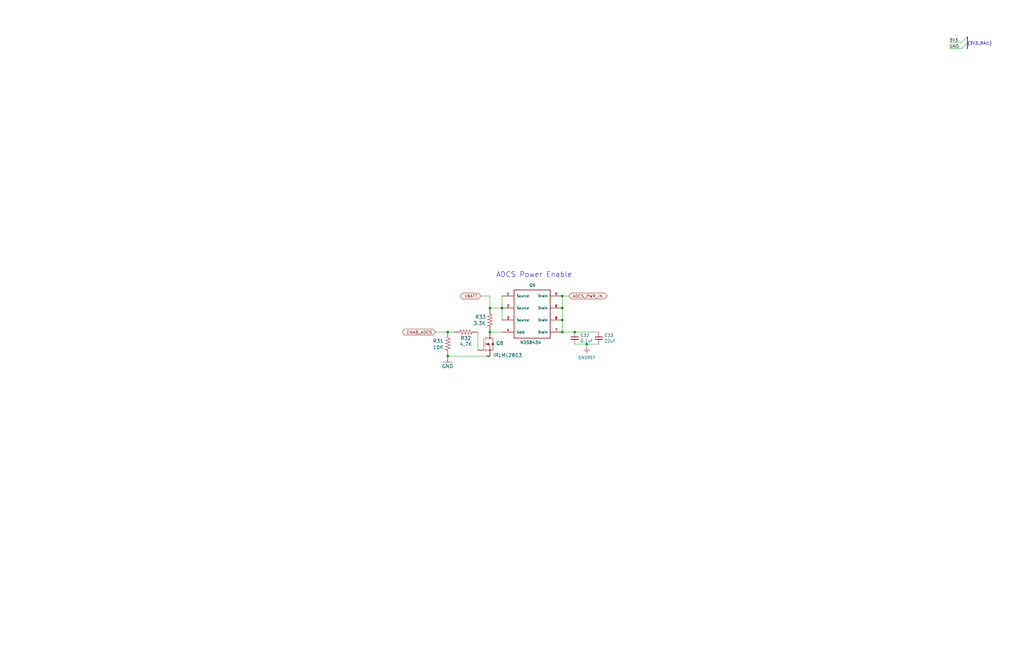
<source format=kicad_sch>
(kicad_sch (version 20230121) (generator eeschema)
  (paper "USLedger")
  (lib_symbols
    (symbol "Device:C_Small" (pin_numbers hide) (pin_names (offset 0.254) hide)
      (property "Reference" "C" (at 0.254 1.778 0))
      (property "Value" "C_Small" (at 0.254 -2.032 0))
      (symbol "C_Small_0_1"
        (polyline (pts (xy -1.524 -0.508) (xy 1.524 -0.508)) (stroke (width 0.3302)))
        (polyline (pts (xy -1.524 0.508) (xy 1.524 0.508)) (stroke (width 0.3048)))
      )
      (symbol "C_Small_1_1"
        (pin passive line (at 0 2.54 270) (length 2.032) (name "~") (number "1"))
        (pin passive line (at 0 -2.54 90) (length 2.032) (name "~") (number "2"))
      )
    )
    (symbol "mainboard:GND" (power) (pin_names (offset 1.016))
      (property "Value" "GND" (at -2.54 -2.54 0))
      (symbol "GND_1_0"
        (polyline (pts (xy -1.905 0) (xy 1.905 0)))
        (pin power_in line (at 0 2.54 270) (length 2.54) (name "GND") (number "1"))
      )
    )
    (symbol "mainboard:IRLML2803TRPBF" (pin_names (offset 1.016))
      (property "Reference" "Q" (at -11.43 1.27 0))
      (property "Value" "IRLML2803TRPBF" (at -11.43 3.81 0))
      (symbol "IRLML2803TRPBF_1_0"
        (polyline (pts (xy 0 2.54) (xy 0 -2.54)))
        (polyline (pts (xy 0.762 -2.54) (xy 0.762 -3.175)))
        (polyline (pts (xy 0.762 -1.905) (xy 0.762 -2.54)))
        (polyline (pts (xy 0.762 0) (xy 0.762 -0.762)))
        (polyline (pts (xy 0.762 0) (xy 2.54 0)))
        (polyline (pts (xy 0.762 0.762) (xy 0.762 0)))
        (polyline (pts (xy 0.762 2.54) (xy 0.762 1.905)))
        (polyline (pts (xy 0.762 2.54) (xy 3.81 2.54)))
        (polyline (pts (xy 0.762 3.175) (xy 0.762 2.54)))
        (polyline (pts (xy 2.54 -2.54) (xy 0.762 -2.54)))
        (polyline (pts (xy 2.54 -2.54) (xy 3.81 -2.54)))
        (polyline (pts (xy 2.54 0) (xy 2.54 -2.54)))
        (polyline (pts (xy 3.302 0.508) (xy 3.81 0.508)))
        (polyline (pts (xy 3.81 -0.508) (xy 3.81 -2.54)))
        (polyline (pts (xy 3.81 0.508) (xy 3.81 -0.508)))
        (polyline (pts (xy 3.81 0.508) (xy 4.318 0.508)))
        (polyline (pts (xy 3.81 2.54) (xy 3.81 0.508)))
        (polyline (pts (xy 1.016 0) (xy 2.032 0.508) (xy 2.032 -0.508)) (fill (type outline)))
        (polyline (pts (xy 3.81 0.508) (xy 3.302 -0.254) (xy 4.318 -0.254)) (fill (type outline)))
        (circle (center 2.54 -2.54) (radius 0.254))
        (circle (center 2.54 2.54) (radius 0.254))
        (pin passive line (at -2.54 -2.54 0) (length 2.54) (name "G") (number "1"))
        (pin passive line (at 2.54 -5.08 90) (length 2.54) (name "S") (number "2"))
        (pin passive line (at 2.54 5.08 270) (length 2.54) (name "D") (number "3"))
      )
    )
    (symbol "mainboard:NDS8434" (pin_names (offset 1.016))
      (symbol "NDS8434_0_0"
        (polyline (pts (xy -7.62 -10.16) (xy -7.62 10.16)) (stroke (width 0.254)))
        (polyline (pts (xy -7.62 10.16) (xy 7.62 10.16)) (stroke (width 0.254)))
        (polyline (pts (xy 7.62 -10.16) (xy -7.62 -10.16)) (stroke (width 0.254)))
        (polyline (pts (xy 7.62 10.16) (xy 7.62 -10.16)) (stroke (width 0.254)))
        (pin bidirectional line (at -12.7 7.62 0) (length 5.08) (name "Source") (number "1"))
        (pin bidirectional line (at -12.7 2.54 0) (length 5.08) (name "Source") (number "2"))
        (pin bidirectional line (at -12.7 -2.54 0) (length 5.08) (name "Source") (number "3"))
        (pin bidirectional line (at -12.7 -7.62 0) (length 5.08) (name "Gate") (number "4"))
        (pin bidirectional line (at 12.7 7.62 180) (length 5.08) (name "Drain") (number "5"))
        (pin bidirectional line (at 12.7 2.54 180) (length 5.08) (name "Drain") (number "6"))
        (pin bidirectional line (at 12.7 -7.62 180) (length 5.08) (name "Drain") (number "7"))
        (pin bidirectional line (at 12.7 -2.54 180) (length 5.08) (name "Drain") (number "8"))
      )
    )
    (symbol "mainboard:R-US_R0603" (pin_names (offset 1.016))
      (property "Reference" "R" (at -3.81 1.4986 0))
      (property "Value" "R-US_R0603" (at -3.81 -3.302 0))
      (symbol "R-US_R0603_1_0"
        (polyline (pts (xy -2.54 0) (xy -2.159 1.016)))
        (polyline (pts (xy -2.159 1.016) (xy -1.524 -1.016)))
        (polyline (pts (xy -1.524 -1.016) (xy -0.889 1.016)))
        (polyline (pts (xy -0.889 1.016) (xy -0.254 -1.016)))
        (polyline (pts (xy -0.254 -1.016) (xy 0.381 1.016)))
        (polyline (pts (xy 0.381 1.016) (xy 1.016 -1.016)))
        (polyline (pts (xy 1.016 -1.016) (xy 1.651 1.016)))
        (polyline (pts (xy 1.651 1.016) (xy 2.286 -1.016)))
        (polyline (pts (xy 2.286 -1.016) (xy 2.54 0)))
        (pin passive line (at -5.08 0 0) (length 2.54) (name "1") (number "1"))
        (pin passive line (at 5.08 0 180) (length 2.54) (name "2") (number "2"))
      )
    )
    (symbol "power:GNDREF" (power) (pin_names (offset 0))
      (property "Value" "GNDREF" (at 0 -3.81 0))
      (symbol "GNDREF_0_1"
        (polyline (pts (xy -0.635 -1.905) (xy 0.635 -1.905)))
        (polyline (pts (xy -0.127 -2.54) (xy 0.127 -2.54)))
        (polyline (pts (xy 0 -1.27) (xy 0 0)))
        (polyline (pts (xy 1.27 -1.27) (xy -1.27 -1.27)))
      )
      (symbol "GNDREF_1_1"
        (pin power_in line (at 0 0 270) (length 0) hide (name "GNDREF") (number "1"))
      )
    )
  )
  (junction (at 237.0836 124.9172))
  (junction (at 211.6836 129.9972))
  (junction (at 206.6036 129.9972))
  (junction (at 237.0836 129.9972))
  (junction (at 242.316 140.1572))
  (junction (at 206.6036 140.1572))
  (junction (at 188.8236 150.3172))
  (junction (at 247.396 145.2372))
  (junction (at 237.0836 140.1572))
  (junction (at 237.0836 135.0772))
  (junction (at 188.8236 140.1572))
  (bus_entry (at 407.924 15.494) (size -2.54 2.54))
  (bus_entry (at 407.924 18.034) (size -2.54 2.54))
  (wire (pts (xy 202.7936 124.9172) (xy 206.6036 124.9172)))
  (wire (pts (xy 242.316 140.1572) (xy 252.476 140.1572)))
  (wire (pts (xy 211.6836 140.1572) (xy 206.6036 140.1572)))
  (wire (pts (xy 211.6836 129.9972) (xy 211.6836 124.9172)))
  (bus (pts (xy 407.924 18.034) (xy 407.924 20.574)))
  (wire (pts (xy 237.0836 129.9972) (xy 237.0836 135.0772)))
  (wire (pts (xy 237.0836 124.9172) (xy 237.0836 129.9972)))
  (wire (pts (xy 206.6036 124.9172) (xy 206.6036 129.9972)))
  (wire (pts (xy 400.304 20.574) (xy 405.384 20.574)))
  (wire (pts (xy 188.8236 140.1572) (xy 183.7436 140.1572)))
  (wire (pts (xy 247.396 145.2372) (xy 252.476 145.2372)))
  (wire (pts (xy 400.304 18.034) (xy 405.384 18.034)))
  (wire (pts (xy 242.316 145.2372) (xy 247.396 145.2372)))
  (wire (pts (xy 237.0836 124.9172) (xy 239.8776 124.9172)))
  (wire (pts (xy 237.0836 140.1572) (xy 242.316 140.1572)))
  (wire (pts (xy 201.5236 147.7772) (xy 201.5236 140.1572)))
  (wire (pts (xy 191.3636 140.1572) (xy 188.8236 140.1572)))
  (wire (pts (xy 211.6836 135.0772) (xy 211.6836 129.9972)))
  (wire (pts (xy 237.0836 135.0772) (xy 237.0836 140.1572)))
  (wire (pts (xy 211.6836 129.9972) (xy 206.6036 129.9972)))
  (wire (pts (xy 206.6036 150.3172) (xy 188.8236 150.3172)))
  (wire (pts (xy 247.396 145.2372) (xy 247.396 146.5072)))
  (bus (pts (xy 407.924 15.494) (xy 407.924 18.034)))
  (text "ADCS Power Enable\n" (at 209.1436 117.2972 0) (effects (font (size 2.159 2.159)) (justify left bottom)))
  (label "3V3" (at 400.304 18.034 0))
  (label "GND" (at 400.304 20.574 0))
  (label "{3V3_RAIL}" (at 407.924 19.304 0))
  (global_label "VBATT" (shape bidirectional) (at 202.7936 124.9172 180) (property "Intersheetrefs" "${INTERSHEET_REFS}" (effects hide)))
  (global_label "ADCS_PWR_IN" (shape bidirectional) (at 239.8776 124.9172 0) (property "Intersheetrefs" "${INTERSHEET_REFS}" (effects hide)))
  (global_label "GND" (shape bidirectional) (at 206.6036 150.3172 180) (effects (font (size 0.254 0.254))) (property "Intersheetrefs" "${INTERSHEET_REFS}" (effects hide)))
  (global_label "ENAB_ADCS" (shape bidirectional) (at 183.7436 140.1572 180) (property "Intersheetrefs" "${INTERSHEET_REFS}" (effects hide)))
  (symbol (lib_id "Device:C_Small") (at 242.316 142.6972 0) (unit 1)
    (property "Reference" "C32" (at 244.6528 141.5288 0) (effects (justify left)))
    (property "Value" "0.1uF" (at 244.6528 143.8402 0) (effects (justify left)))
    (property "Footprint" "Capacitor_SMD:C_0603_1608Metric" (effects hide))
    (property "Description" "0.1uF +-10% 50V X7R 0603" (effects hide))
    (instances (project "adcs-hardware" (path "" (reference "C32") (unit 1)) (path "" (reference "C32") (unit 1))) (project "mainboard" (path "" (reference "C24") (unit 1))))
  )
  (symbol (lib_id "mainboard:R-US_R0603") (at 206.6036 135.0772 270) (unit 1)
    (property "Reference" "R33" (at 204.9018 133.731 90) (effects (font (size 1.4986 1.4986)) (justify right)))
    (property "Value" "3.3K" (at 204.9018 136.398 90) (effects (font (size 1.4986 1.4986)) (justify right)))
    (property "Footprint" "Resistor_SMD:R_0603_1608Metric" (effects hide))
    (property "Description" "3.3K 0603" (effects hide))
    (instances (project "adcs-hardware" (path "" (reference "R33") (unit 1)) (path "" (reference "R36") (unit 1))) (project "mainboard" (path "" (reference "R23") (unit 1))))
  )
  (symbol (lib_id "power:GNDREF") (at 247.396 146.5072 0) (unit 1)
    (property "Reference" "#PWR031" (effects hide))
    (property "Value" "GNDREF" (at 247.523 150.9014 0))
    (instances (project "adcs-hardware" (path "" (reference "#PWR031") (unit 1)) (path "" (reference "#PWR031") (unit 1))) (project "mainboard" (path "" (reference "#PWR0109") (unit 1))))
  )
  (symbol (lib_id "mainboard:R-US_R0603") (at 196.4436 140.1572 0) (unit 1)
    (property "Reference" "R32" (at 196.4436 142.6972 0) (effects (font (size 1.4986 1.4986))))
    (property "Value" "4.7K" (at 196.4436 145.2372 0) (effects (font (size 1.4986 1.4986))))
    (property "Footprint" "Resistor_SMD:R_0603_1608Metric" (effects hide))
    (property "Description" "4.7K 0603" (effects hide))
    (instances (project "adcs-hardware" (path "" (reference "R32") (unit 1)) (path "" (reference "R35") (unit 1))) (project "mainboard" (path "" (reference "R22") (unit 1))))
  )
  (symbol (lib_id "Device:C_Small") (at 252.476 142.6972 0) (unit 1)
    (property "Reference" "C33" (at 254.8128 141.5288 0) (effects (justify left)))
    (property "Value" "22uF" (at 254.8128 143.8402 0) (effects (justify left)))
    (property "Footprint" "Capacitor_SMD:C_0603_1608Metric" (effects hide))
    (property "Description" "22uF +-20% 10V X5R" (effects hide))
    (instances (project "adcs-hardware" (path "" (reference "C33") (unit 1)) (path "" (reference "C34") (unit 1))) (project "mainboard" (path "" (reference "C31") (unit 1))))
  )
  (symbol (lib_id "mainboard:R-US_R0603") (at 188.8236 145.2372 270) (unit 1)
    (property "Reference" "R31" (at 187.1218 143.891 90) (effects (font (size 1.4986 1.4986)) (justify right)))
    (property "Value" "10K" (at 187.1218 146.558 90) (effects (font (size 1.4986 1.4986)) (justify right)))
    (property "Footprint" "Resistor_SMD:R_0603_1608Metric" (effects hide))
    (property "Description" "10K 0603" (effects hide))
    (instances (project "adcs-hardware" (path "" (reference "R31") (unit 1)) (path "" (reference "R34") (unit 1))) (project "mainboard" (path "" (reference "R21") (unit 1))))
  )
  (symbol (lib_id "mainboard:NDS8434") (at 224.3836 132.5372 0) (unit 1)
    (property "Reference" "Q9" (at 223.1136 121.1072 0) (effects (justify left bottom)))
    (property "Value" "NDS8434" (at 219.3036 145.2372 0) (effects (justify left bottom)))
    (property "Footprint" "mainboard:NDS8434" (effects hide))
    (property "Datasheet" "https://www.onsemi.com/pdf/datasheet/nds8434-d.pdf" (effects hide))
    (property "Description" "P-Channel MOSFET" (effects hide))
    (property "Flight" "NDS8434" (effects hide))
    (property "Manufacturer_Name" "ON Semiconductor" (effects hide))
    (property "Manufacturer_Part_Number" "NDS8434" (effects hide))
    (property "Proto" "DMP2022LSS-13" (effects hide))
    (instances (project "adcs-hardware" (path "" (reference "Q9") (unit 1)) (path "" (reference "Q11") (unit 1))) (project "mainboard" (path "" (reference "Q22") (unit 1))))
  )
  (symbol (lib_id "mainboard:GND") (at 188.8236 152.8572 0) (unit 1)
    (property "Reference" "#GND019" (effects hide))
    (property "Value" "GND" (at 186.2836 155.3972 0) (effects (font (size 1.4986 1.4986)) (justify left bottom)))
    (instances (project "adcs-hardware" (path "" (reference "#GND019") (unit 1)) (path "" (reference "#GND020") (unit 1))) (project "mainboard" (path "" (reference "#GND020") (unit 1))))
  )
  (symbol (lib_id "mainboard:IRLML2803TRPBF") (at 204.0636 145.2372 0) (unit 1)
    (property "Reference" "Q8" (at 209.1436 143.9672 0) (effects (font (size 1.4986 1.4986)) (justify left top)))
    (property "Value" "IRLML2803" (at 207.8736 149.0472 0) (effects (font (size 1.4986 1.4986)) (justify left top)))
    (property "Footprint" "mainboard:SOT-23" (effects hide))
    (property "Datasheet" "https://www.infineon.com/dgdl/irlml2803pbf.pdf?fileId=5546d462533600a4015356682aff260f" (effects hide))
    (property "Description" "Single N-Channel MOSFET" (effects hide))
    (property "Flight" "IRLML2803" (effects hide))
    (property "Manufacturer_Name" "Infineon Technologies" (effects hide))
    (property "Manufacturer_Part_Number" "IRLML2803TRPbF" (effects hide))
    (property "Proto" "2302" (effects hide))
    (instances (project "adcs-hardware" (path "" (reference "Q8") (unit 1)) (path "" (reference "Q10") (unit 1))) (project "mainboard" (path "" (reference "Q1") (unit 1))))
  )
)
</source>
